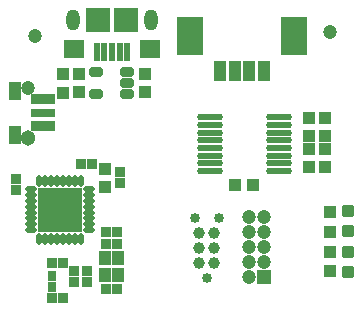
<source format=gts>
G04*
G04 #@! TF.GenerationSoftware,Altium Limited,Altium Designer,18.1.6 (161)*
G04*
G04 Layer_Color=8388736*
%FSLAX44Y44*%
%MOMM*%
G71*
G01*
G75*
%ADD40C,1.0032*%
%ADD41R,1.1332X0.9932*%
%ADD42R,1.1232X1.1332*%
%ADD43R,1.1332X1.1232*%
%ADD44O,2.2032X0.5532*%
%ADD45R,0.8132X0.8332*%
%ADD46O,1.0024X0.4524*%
%ADD47O,0.4524X1.0024*%
%ADD48R,3.7032X3.7032*%
%ADD49R,1.0532X1.1532*%
%ADD50R,0.8332X0.8132*%
%ADD51R,0.7032X0.8532*%
G04:AMPARAMS|DCode=52|XSize=1.0032mm|YSize=1.0032mm|CornerRadius=0.2016mm|HoleSize=0mm|Usage=FLASHONLY|Rotation=90.000|XOffset=0mm|YOffset=0mm|HoleType=Round|Shape=RoundedRectangle|*
%AMROUNDEDRECTD52*
21,1,1.0032,0.6000,0,0,90.0*
21,1,0.6000,1.0032,0,0,90.0*
1,1,0.4032,0.3000,0.3000*
1,1,0.4032,0.3000,-0.3000*
1,1,0.4032,-0.3000,-0.3000*
1,1,0.4032,-0.3000,0.3000*
%
%ADD52ROUNDEDRECTD52*%
%ADD53R,2.0032X0.9532*%
%ADD54R,2.0032X0.8032*%
%ADD55R,1.1032X1.5032*%
G04:AMPARAMS|DCode=56|XSize=0.8032mm|YSize=1.2032mm|CornerRadius=0.1766mm|HoleSize=0mm|Usage=FLASHONLY|Rotation=90.000|XOffset=0mm|YOffset=0mm|HoleType=Round|Shape=RoundedRectangle|*
%AMROUNDEDRECTD56*
21,1,0.8032,0.8500,0,0,90.0*
21,1,0.4500,1.2032,0,0,90.0*
1,1,0.3532,0.4250,0.2250*
1,1,0.3532,0.4250,-0.2250*
1,1,0.3532,-0.4250,-0.2250*
1,1,0.3532,-0.4250,0.2250*
%
%ADD56ROUNDEDRECTD56*%
%ADD57R,1.0032X1.8032*%
%ADD58R,2.3032X3.2032*%
%ADD59R,0.6032X1.5532*%
%ADD60R,2.1032X2.1032*%
%ADD61R,1.8032X1.6032*%
%ADD62C,0.8500*%
%ADD63C,1.3032*%
%ADD64C,1.2032*%
%ADD65O,1.1032X1.8032*%
%ADD66R,1.2032X1.2032*%
D40*
X163960Y95190D02*
D03*
X176660Y107890D02*
D03*
Y95190D02*
D03*
X163960Y82490D02*
D03*
X176660D02*
D03*
X163960Y107890D02*
D03*
D41*
X48341Y226750D02*
D03*
Y243150D02*
D03*
X274320Y109330D02*
D03*
Y125730D02*
D03*
X274280Y92020D02*
D03*
Y75620D02*
D03*
D42*
X194380Y148590D02*
D03*
X209480D02*
D03*
D43*
X270510Y205740D02*
D03*
Y190640D02*
D03*
X256540Y205740D02*
D03*
Y190640D02*
D03*
X270510Y179000D02*
D03*
Y163900D02*
D03*
X256540Y179070D02*
D03*
Y163970D02*
D03*
X83820Y162420D02*
D03*
Y147320D02*
D03*
X62230Y242500D02*
D03*
Y227400D02*
D03*
X118110Y242500D02*
D03*
Y227400D02*
D03*
D44*
X231140Y160690D02*
D03*
Y167190D02*
D03*
Y173690D02*
D03*
Y180190D02*
D03*
Y186690D02*
D03*
Y193190D02*
D03*
Y199690D02*
D03*
Y206190D02*
D03*
X173140Y160690D02*
D03*
Y167190D02*
D03*
Y173690D02*
D03*
Y180190D02*
D03*
Y186690D02*
D03*
Y193190D02*
D03*
Y199690D02*
D03*
Y206190D02*
D03*
D45*
X39141Y53340D02*
D03*
X48341D02*
D03*
X94061Y109220D02*
D03*
X84861D02*
D03*
X39141Y82482D02*
D03*
X48341D02*
D03*
X84861Y60960D02*
D03*
X94061D02*
D03*
X72700Y166370D02*
D03*
X63500D02*
D03*
X94061Y99060D02*
D03*
X84861D02*
D03*
D46*
X70581Y145400D02*
D03*
Y140400D02*
D03*
Y135400D02*
D03*
Y130400D02*
D03*
Y125400D02*
D03*
Y120400D02*
D03*
Y115400D02*
D03*
Y110400D02*
D03*
X21581D02*
D03*
Y115400D02*
D03*
Y120400D02*
D03*
Y125400D02*
D03*
Y130400D02*
D03*
Y135400D02*
D03*
Y140400D02*
D03*
Y145400D02*
D03*
D47*
X63581Y103400D02*
D03*
X58581D02*
D03*
X53581D02*
D03*
X48581D02*
D03*
X43581D02*
D03*
X38581D02*
D03*
X33581D02*
D03*
X28581D02*
D03*
Y152400D02*
D03*
X33581D02*
D03*
X38581D02*
D03*
X43581D02*
D03*
X48581D02*
D03*
X53581D02*
D03*
X58581D02*
D03*
X63581D02*
D03*
D48*
X46081Y127900D02*
D03*
D49*
X83711Y72760D02*
D03*
X95211D02*
D03*
Y87260D02*
D03*
X83711D02*
D03*
D50*
X8890Y153980D02*
D03*
Y144780D02*
D03*
X58215Y76090D02*
D03*
Y66890D02*
D03*
X68658D02*
D03*
Y76090D02*
D03*
X96520Y150340D02*
D03*
Y159540D02*
D03*
D51*
X39141Y62110D02*
D03*
Y71610D02*
D03*
D52*
X289560Y126610D02*
D03*
Y109610D02*
D03*
Y92320D02*
D03*
Y75320D02*
D03*
D53*
X31350Y221420D02*
D03*
Y198420D02*
D03*
D54*
Y209920D02*
D03*
D55*
X8050Y191420D02*
D03*
Y228420D02*
D03*
D56*
X76870Y225450D02*
D03*
X102870Y244450D02*
D03*
Y234950D02*
D03*
Y225450D02*
D03*
X76870Y244450D02*
D03*
D57*
X218750Y245500D02*
D03*
X206250D02*
D03*
X193750D02*
D03*
X181250D02*
D03*
D58*
X244250Y274500D02*
D03*
X155750D02*
D03*
D59*
X103000Y261750D02*
D03*
X96500D02*
D03*
X90000D02*
D03*
X83500D02*
D03*
X77000D02*
D03*
D60*
X102000Y288500D02*
D03*
X78000D02*
D03*
D61*
X122000Y264000D02*
D03*
X58000D02*
D03*
D62*
X170310Y69790D02*
D03*
X160150Y120590D02*
D03*
X180470D02*
D03*
D63*
X19050Y188670D02*
D03*
D64*
Y231170D02*
D03*
X206250Y121400D02*
D03*
X218950D02*
D03*
X206250Y108700D02*
D03*
X218950D02*
D03*
X206250Y96000D02*
D03*
X218950D02*
D03*
X206250Y83300D02*
D03*
X218950D02*
D03*
X206250Y70600D02*
D03*
X274320Y278130D02*
D03*
X25000Y275000D02*
D03*
D65*
X57000Y288500D02*
D03*
X123000D02*
D03*
D66*
X218950Y70600D02*
D03*
M02*

</source>
